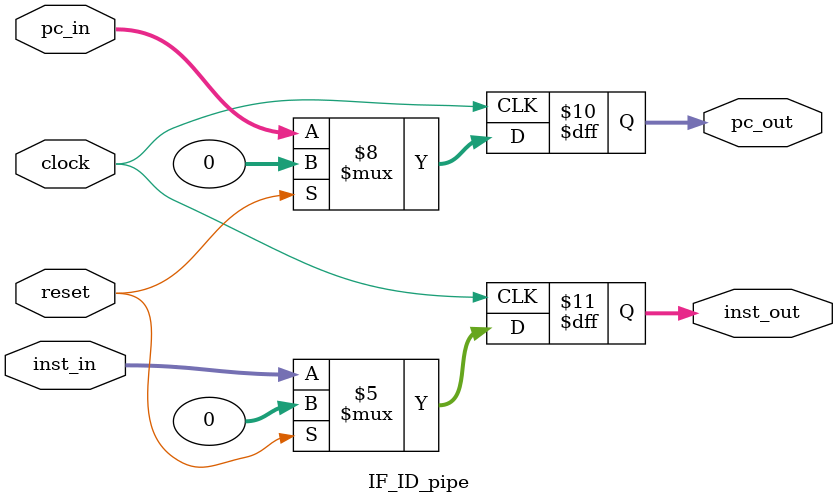
<source format=v>
module IF_ID_pipe(
	input wire clock,
	input wire reset,
	input wire [31:0] pc_in,
	input wire [31:0] inst_in,
	output reg [31:0] pc_out,
	output reg [31:0] inst_out
);

initial begin
	inst_out =0;
end

	always @(posedge clock) begin
		if(reset == 1'b1) begin
			pc_out <=0;
			inst_out <= 0;
		end 
		else begin
			pc_out <= pc_in;
			inst_out <= inst_in;
		end

	end

endmodule

</source>
